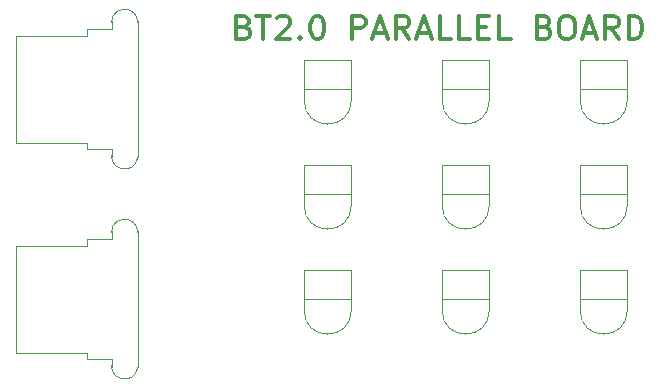
<source format=gbr>
%TF.GenerationSoftware,KiCad,Pcbnew,(5.1.9)-1*%
%TF.CreationDate,2021-11-23T19:16:45+00:00*%
%TF.ProjectId,BT2.0-parallel-board,4254322e-302d-4706-9172-616c6c656c2d,rev?*%
%TF.SameCoordinates,Original*%
%TF.FileFunction,Legend,Top*%
%TF.FilePolarity,Positive*%
%FSLAX46Y46*%
G04 Gerber Fmt 4.6, Leading zero omitted, Abs format (unit mm)*
G04 Created by KiCad (PCBNEW (5.1.9)-1) date 2021-11-23 19:16:45*
%MOMM*%
%LPD*%
G01*
G04 APERTURE LIST*
%ADD10C,0.300000*%
%ADD11C,0.120000*%
G04 APERTURE END LIST*
D10*
X96553809Y-101457142D02*
X96839523Y-101552380D01*
X96934761Y-101647619D01*
X97030000Y-101838095D01*
X97030000Y-102123809D01*
X96934761Y-102314285D01*
X96839523Y-102409523D01*
X96649047Y-102504761D01*
X95887142Y-102504761D01*
X95887142Y-100504761D01*
X96553809Y-100504761D01*
X96744285Y-100600000D01*
X96839523Y-100695238D01*
X96934761Y-100885714D01*
X96934761Y-101076190D01*
X96839523Y-101266666D01*
X96744285Y-101361904D01*
X96553809Y-101457142D01*
X95887142Y-101457142D01*
X97601428Y-100504761D02*
X98744285Y-100504761D01*
X98172857Y-102504761D02*
X98172857Y-100504761D01*
X99315714Y-100695238D02*
X99410952Y-100600000D01*
X99601428Y-100504761D01*
X100077619Y-100504761D01*
X100268095Y-100600000D01*
X100363333Y-100695238D01*
X100458571Y-100885714D01*
X100458571Y-101076190D01*
X100363333Y-101361904D01*
X99220476Y-102504761D01*
X100458571Y-102504761D01*
X101315714Y-102314285D02*
X101410952Y-102409523D01*
X101315714Y-102504761D01*
X101220476Y-102409523D01*
X101315714Y-102314285D01*
X101315714Y-102504761D01*
X102649047Y-100504761D02*
X102839523Y-100504761D01*
X103030000Y-100600000D01*
X103125238Y-100695238D01*
X103220476Y-100885714D01*
X103315714Y-101266666D01*
X103315714Y-101742857D01*
X103220476Y-102123809D01*
X103125238Y-102314285D01*
X103030000Y-102409523D01*
X102839523Y-102504761D01*
X102649047Y-102504761D01*
X102458571Y-102409523D01*
X102363333Y-102314285D01*
X102268095Y-102123809D01*
X102172857Y-101742857D01*
X102172857Y-101266666D01*
X102268095Y-100885714D01*
X102363333Y-100695238D01*
X102458571Y-100600000D01*
X102649047Y-100504761D01*
X105696666Y-102504761D02*
X105696666Y-100504761D01*
X106458571Y-100504761D01*
X106649047Y-100600000D01*
X106744285Y-100695238D01*
X106839523Y-100885714D01*
X106839523Y-101171428D01*
X106744285Y-101361904D01*
X106649047Y-101457142D01*
X106458571Y-101552380D01*
X105696666Y-101552380D01*
X107601428Y-101933333D02*
X108553809Y-101933333D01*
X107410952Y-102504761D02*
X108077619Y-100504761D01*
X108744285Y-102504761D01*
X110553809Y-102504761D02*
X109887142Y-101552380D01*
X109410952Y-102504761D02*
X109410952Y-100504761D01*
X110172857Y-100504761D01*
X110363333Y-100600000D01*
X110458571Y-100695238D01*
X110553809Y-100885714D01*
X110553809Y-101171428D01*
X110458571Y-101361904D01*
X110363333Y-101457142D01*
X110172857Y-101552380D01*
X109410952Y-101552380D01*
X111315714Y-101933333D02*
X112268095Y-101933333D01*
X111125238Y-102504761D02*
X111791904Y-100504761D01*
X112458571Y-102504761D01*
X114077619Y-102504761D02*
X113125238Y-102504761D01*
X113125238Y-100504761D01*
X115696666Y-102504761D02*
X114744285Y-102504761D01*
X114744285Y-100504761D01*
X116363333Y-101457142D02*
X117030000Y-101457142D01*
X117315714Y-102504761D02*
X116363333Y-102504761D01*
X116363333Y-100504761D01*
X117315714Y-100504761D01*
X119125238Y-102504761D02*
X118172857Y-102504761D01*
X118172857Y-100504761D01*
X121982380Y-101457142D02*
X122268095Y-101552380D01*
X122363333Y-101647619D01*
X122458571Y-101838095D01*
X122458571Y-102123809D01*
X122363333Y-102314285D01*
X122268095Y-102409523D01*
X122077619Y-102504761D01*
X121315714Y-102504761D01*
X121315714Y-100504761D01*
X121982380Y-100504761D01*
X122172857Y-100600000D01*
X122268095Y-100695238D01*
X122363333Y-100885714D01*
X122363333Y-101076190D01*
X122268095Y-101266666D01*
X122172857Y-101361904D01*
X121982380Y-101457142D01*
X121315714Y-101457142D01*
X123696666Y-100504761D02*
X124077619Y-100504761D01*
X124268095Y-100600000D01*
X124458571Y-100790476D01*
X124553809Y-101171428D01*
X124553809Y-101838095D01*
X124458571Y-102219047D01*
X124268095Y-102409523D01*
X124077619Y-102504761D01*
X123696666Y-102504761D01*
X123506190Y-102409523D01*
X123315714Y-102219047D01*
X123220476Y-101838095D01*
X123220476Y-101171428D01*
X123315714Y-100790476D01*
X123506190Y-100600000D01*
X123696666Y-100504761D01*
X125315714Y-101933333D02*
X126268095Y-101933333D01*
X125125238Y-102504761D02*
X125791904Y-100504761D01*
X126458571Y-102504761D01*
X128268095Y-102504761D02*
X127601428Y-101552380D01*
X127125238Y-102504761D02*
X127125238Y-100504761D01*
X127887142Y-100504761D01*
X128077619Y-100600000D01*
X128172857Y-100695238D01*
X128268095Y-100885714D01*
X128268095Y-101171428D01*
X128172857Y-101361904D01*
X128077619Y-101457142D01*
X127887142Y-101552380D01*
X127125238Y-101552380D01*
X129125238Y-102504761D02*
X129125238Y-100504761D01*
X129601428Y-100504761D01*
X129887142Y-100600000D01*
X130077619Y-100790476D01*
X130172857Y-100980952D01*
X130268095Y-101361904D01*
X130268095Y-101647619D01*
X130172857Y-102028571D01*
X130077619Y-102219047D01*
X129887142Y-102409523D01*
X129601428Y-102504761D01*
X129125238Y-102504761D01*
D11*
%TO.C,J11*%
X77280000Y-111250000D02*
X83280000Y-111250000D01*
X77280000Y-111250000D02*
X77280000Y-102220000D01*
X77280000Y-102190000D02*
X83280000Y-102190000D01*
X83280000Y-102190000D02*
X83280000Y-101660000D01*
X83280000Y-101660000D02*
X85330000Y-101660000D01*
X85330000Y-101660000D02*
X85330000Y-100960000D01*
X85330000Y-112480000D02*
X85330000Y-111780000D01*
X83280000Y-111780000D02*
X85330000Y-111780000D01*
X87550000Y-112480000D02*
X87550000Y-100960000D01*
X83280000Y-111780000D02*
X83280000Y-111250000D01*
X85330000Y-101070000D02*
G75*
G02*
X87550000Y-101070000I1110000J0D01*
G01*
X87536635Y-112541729D02*
G75*
G02*
X85330000Y-112370000I-1096635J171729D01*
G01*
%TO.C,J9*%
X125000000Y-125460000D02*
X125000000Y-122060000D01*
X125000000Y-122060000D02*
X129000000Y-122060000D01*
X129000000Y-122060000D02*
X129000000Y-125460000D01*
X125000000Y-124460000D02*
X129000000Y-124460000D01*
X129000000Y-125460000D02*
G75*
G02*
X125000000Y-125460000I-2000000J0D01*
G01*
%TO.C,J8*%
X113316000Y-125460000D02*
X113316000Y-122060000D01*
X113316000Y-122060000D02*
X117316000Y-122060000D01*
X117316000Y-122060000D02*
X117316000Y-125460000D01*
X113316000Y-124460000D02*
X117316000Y-124460000D01*
X117316000Y-125460000D02*
G75*
G02*
X113316000Y-125460000I-2000000J0D01*
G01*
%TO.C,J7*%
X101632000Y-125460000D02*
X101632000Y-122060000D01*
X101632000Y-122060000D02*
X105632000Y-122060000D01*
X105632000Y-122060000D02*
X105632000Y-125460000D01*
X101632000Y-124460000D02*
X105632000Y-124460000D01*
X105632000Y-125460000D02*
G75*
G02*
X101632000Y-125460000I-2000000J0D01*
G01*
%TO.C,J6*%
X125000000Y-116570000D02*
X125000000Y-113170000D01*
X125000000Y-113170000D02*
X129000000Y-113170000D01*
X129000000Y-113170000D02*
X129000000Y-116570000D01*
X125000000Y-115570000D02*
X129000000Y-115570000D01*
X129000000Y-116570000D02*
G75*
G02*
X125000000Y-116570000I-2000000J0D01*
G01*
%TO.C,J5*%
X113316000Y-116570000D02*
X113316000Y-113170000D01*
X113316000Y-113170000D02*
X117316000Y-113170000D01*
X117316000Y-113170000D02*
X117316000Y-116570000D01*
X113316000Y-115570000D02*
X117316000Y-115570000D01*
X117316000Y-116570000D02*
G75*
G02*
X113316000Y-116570000I-2000000J0D01*
G01*
%TO.C,J4*%
X101632000Y-116570000D02*
X101632000Y-113170000D01*
X101632000Y-113170000D02*
X105632000Y-113170000D01*
X105632000Y-113170000D02*
X105632000Y-116570000D01*
X101632000Y-115570000D02*
X105632000Y-115570000D01*
X105632000Y-116570000D02*
G75*
G02*
X101632000Y-116570000I-2000000J0D01*
G01*
%TO.C,J3*%
X125000000Y-107680000D02*
X125000000Y-104280000D01*
X125000000Y-104280000D02*
X129000000Y-104280000D01*
X129000000Y-104280000D02*
X129000000Y-107680000D01*
X125000000Y-106680000D02*
X129000000Y-106680000D01*
X129000000Y-107680000D02*
G75*
G02*
X125000000Y-107680000I-2000000J0D01*
G01*
%TO.C,J2*%
X113316000Y-107680000D02*
X113316000Y-104280000D01*
X113316000Y-104280000D02*
X117316000Y-104280000D01*
X117316000Y-104280000D02*
X117316000Y-107680000D01*
X113316000Y-106680000D02*
X117316000Y-106680000D01*
X117316000Y-107680000D02*
G75*
G02*
X113316000Y-107680000I-2000000J0D01*
G01*
%TO.C,J1*%
X101632000Y-107680000D02*
X101632000Y-104280000D01*
X101632000Y-104280000D02*
X105632000Y-104280000D01*
X105632000Y-104280000D02*
X105632000Y-107680000D01*
X101632000Y-106680000D02*
X105632000Y-106680000D01*
X105632000Y-107680000D02*
G75*
G02*
X101632000Y-107680000I-2000000J0D01*
G01*
%TO.C,J10*%
X77280000Y-129030000D02*
X83280000Y-129030000D01*
X77280000Y-129030000D02*
X77280000Y-120000000D01*
X77280000Y-119970000D02*
X83280000Y-119970000D01*
X83280000Y-119970000D02*
X83280000Y-119440000D01*
X83280000Y-119440000D02*
X85330000Y-119440000D01*
X85330000Y-119440000D02*
X85330000Y-118740000D01*
X85330000Y-130260000D02*
X85330000Y-129560000D01*
X83280000Y-129560000D02*
X85330000Y-129560000D01*
X87550000Y-130260000D02*
X87550000Y-118740000D01*
X83280000Y-129560000D02*
X83280000Y-129030000D01*
X85330000Y-118850000D02*
G75*
G02*
X87550000Y-118850000I1110000J0D01*
G01*
X87536635Y-130321729D02*
G75*
G02*
X85330000Y-130150000I-1096635J171729D01*
G01*
%TD*%
M02*

</source>
